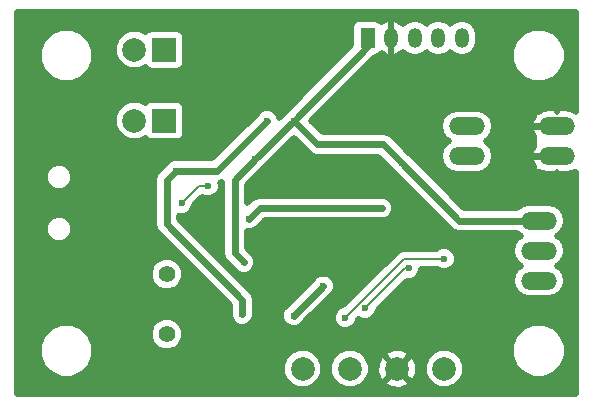
<source format=gbl>
%TF.GenerationSoftware,KiCad,Pcbnew,4.0.1-stable*%
%TF.CreationDate,2016-10-12T20:15:11+09:00*%
%TF.ProjectId,I2C_MASTER,4932435F4D41535445522E6B69636164,rev?*%
%TF.FileFunction,Copper,L2,Bot,Signal*%
%FSLAX46Y46*%
G04 Gerber Fmt 4.6, Leading zero omitted, Abs format (unit mm)*
G04 Created by KiCad (PCBNEW 4.0.1-stable) date 10/12/16 20:15:11*
%MOMM*%
G01*
G04 APERTURE LIST*
%ADD10C,0.150000*%
%ADD11C,1.422400*%
%ADD12C,1.998980*%
%ADD13O,3.016000X1.508000*%
%ADD14R,2.000000X2.000000*%
%ADD15C,2.000000*%
%ADD16R,1.200000X1.700000*%
%ADD17O,1.200000X1.700000*%
%ADD18C,0.600000*%
%ADD19C,0.200000*%
%ADD20C,0.600000*%
%ADD21C,0.250000*%
%ADD22C,0.500000*%
G04 APERTURE END LIST*
D10*
D11*
X13500000Y-23000000D03*
X13500000Y-28080000D03*
D12*
X25000000Y-31000000D03*
X29000000Y-31000000D03*
X37000000Y-31000000D03*
X33000000Y-31000000D03*
D13*
X46560000Y-13020000D03*
X46560000Y-10480000D03*
X38940000Y-10480000D03*
X38940000Y-13020000D03*
D14*
X13300000Y-4000000D03*
D15*
X10760000Y-4000000D03*
D14*
X13300000Y-10000000D03*
D15*
X10760000Y-10000000D03*
D13*
X45000000Y-18460000D03*
X45000000Y-21000000D03*
X45000000Y-23540000D03*
D16*
X30500000Y-3000000D03*
D17*
X32500000Y-3000000D03*
X34500000Y-3000000D03*
X36500000Y-3000000D03*
X38500000Y-3000000D03*
D18*
X25356250Y-16356250D03*
X27500000Y-16300000D03*
X27931250Y-18931250D03*
X25400000Y-18800000D03*
X24200000Y-11600000D03*
X26300000Y-10100000D03*
X40600000Y-19900000D03*
X41000000Y-23600000D03*
X34800000Y-26300000D03*
X11250000Y-20500000D03*
X10750000Y-23500000D03*
X14600000Y-18100000D03*
X43200000Y-15700000D03*
X28750000Y-22500000D03*
X26000000Y-27000000D03*
X22000000Y-30750000D03*
X17500000Y-30750000D03*
X13250000Y-13250000D03*
X10500000Y-13750000D03*
X10500000Y-30500000D03*
X13000000Y-31250000D03*
X23250000Y-22000000D03*
X22250000Y-23250000D03*
X32250000Y-7500000D03*
X32250000Y-10750000D03*
X27000000Y-3000000D03*
X27000000Y-5250000D03*
X20000000Y-2250000D03*
X8500000Y-1500000D03*
X12500000Y-1500000D03*
X16750000Y-1500000D03*
X2500000Y-25000000D03*
X6750000Y-24500000D03*
X3000000Y-9250000D03*
X7250000Y-9250000D03*
X13500000Y-6750000D03*
X16000000Y-6750000D03*
X18000000Y-6500000D03*
X20000000Y-5500000D03*
X40600000Y-3300000D03*
X37700000Y-6500000D03*
X41100000Y-7500000D03*
X14750000Y-17000000D03*
X17000000Y-15500000D03*
X19900000Y-26400000D03*
X22000000Y-10000000D03*
X14250000Y-14250000D03*
X33400000Y-13600000D03*
X31750000Y-12000000D03*
X24250000Y-10000000D03*
X21000000Y-13250000D03*
X20000000Y-22000000D03*
X19250000Y-16000000D03*
X31700000Y-17400000D03*
X20500000Y-18300000D03*
X28600000Y-26700000D03*
X37000000Y-21700000D03*
X34000000Y-22500000D03*
X30300000Y-25900000D03*
X26750000Y-24000000D03*
X24250000Y-26500000D03*
D19*
X25356250Y-16356250D02*
X27443750Y-16356250D01*
X27443750Y-16356250D02*
X27500000Y-16300000D01*
X25400000Y-18800000D02*
X25531250Y-18931250D01*
X25531250Y-18931250D02*
X27931250Y-18931250D01*
X32250000Y-7500000D02*
X28900000Y-7500000D01*
X28900000Y-7500000D02*
X26300000Y-10100000D01*
X33000000Y-31000000D02*
X34800000Y-29200000D01*
X34800000Y-29200000D02*
X34800000Y-26300000D01*
X11250000Y-23000000D02*
X11250000Y-20500000D01*
X10750000Y-23500000D02*
X11250000Y-23000000D01*
X14600000Y-18100000D02*
X14500000Y-18100000D01*
D20*
X43180000Y-15680000D02*
X43180000Y-13020000D01*
X43200000Y-15700000D02*
X43180000Y-15680000D01*
D19*
X27000000Y-26000000D02*
X27000000Y-25200000D01*
X27000000Y-25200000D02*
X27600000Y-24600000D01*
X27600000Y-24600000D02*
X27600000Y-24650000D01*
X26000000Y-27000000D02*
X26600000Y-26400000D01*
X26600000Y-26400000D02*
X27000000Y-26000000D01*
X27600000Y-24650000D02*
X28750000Y-23500000D01*
X28750000Y-23500000D02*
X28750000Y-22500000D01*
X22000000Y-30750000D02*
X17500000Y-30750000D01*
D20*
X43180000Y-13020000D02*
X43180000Y-10720000D01*
X43180000Y-10720000D02*
X43420000Y-10480000D01*
X43420000Y-10480000D02*
X46560000Y-10480000D01*
X43180000Y-13020000D02*
X46560000Y-13020000D01*
D19*
X11000000Y-13250000D02*
X13250000Y-13250000D01*
X10500000Y-13750000D02*
X11000000Y-13250000D01*
X12250000Y-30500000D02*
X10500000Y-30500000D01*
X13000000Y-31250000D02*
X12250000Y-30500000D01*
X23250000Y-22250000D02*
X23250000Y-22000000D01*
X22250000Y-23250000D02*
X23250000Y-22250000D01*
D21*
X32250000Y-10750000D02*
X32250000Y-7500000D01*
X20000000Y-2250000D02*
X26250000Y-2250000D01*
X26250000Y-2250000D02*
X27000000Y-3000000D01*
D19*
X27000000Y-5250000D02*
X27000000Y-3000000D01*
X12500000Y-1500000D02*
X8500000Y-1500000D01*
X17500000Y-2250000D02*
X16750000Y-1500000D01*
X20000000Y-2250000D02*
X17500000Y-2250000D01*
X6250000Y-25000000D02*
X2500000Y-25000000D01*
X6750000Y-24500000D02*
X6250000Y-25000000D01*
X7250000Y-9250000D02*
X3000000Y-9250000D01*
X16000000Y-6750000D02*
X13500000Y-6750000D01*
X19000000Y-6500000D02*
X18000000Y-6500000D01*
X20000000Y-5500000D02*
X19000000Y-6500000D01*
X43180000Y-10720000D02*
X41100000Y-8640000D01*
X37700000Y-6200000D02*
X40600000Y-3300000D01*
X37700000Y-6500000D02*
X37700000Y-6200000D01*
X41100000Y-8640000D02*
X41100000Y-7500000D01*
X14750000Y-17000000D02*
X16250000Y-15500000D01*
X16250000Y-15500000D02*
X17000000Y-15500000D01*
D20*
X19900000Y-26400000D02*
X19900000Y-25150000D01*
X19900000Y-25150000D02*
X13500000Y-18750000D01*
X13500000Y-18750000D02*
X13500000Y-16800000D01*
X14250000Y-14250000D02*
X13500000Y-15000000D01*
X13500000Y-15000000D02*
X13500000Y-16800000D01*
X13500000Y-16800000D02*
X13500000Y-18750000D01*
X17750000Y-14250000D02*
X22000000Y-10000000D01*
X14250000Y-14250000D02*
X17750000Y-14250000D01*
X33400000Y-13600000D02*
X38260000Y-18460000D01*
X38260000Y-18460000D02*
X45000000Y-18460000D01*
X31800000Y-12000000D02*
X31750000Y-12000000D01*
X33400000Y-13600000D02*
X31800000Y-12000000D01*
X45000000Y-18460000D02*
X42160000Y-18460000D01*
X42160000Y-18460000D02*
X43000000Y-18460000D01*
X10750000Y-9990000D02*
X10760000Y-10000000D01*
X24250000Y-10000000D02*
X26250000Y-12000000D01*
X26250000Y-12000000D02*
X31750000Y-12000000D01*
X30491880Y-2992380D02*
X30491880Y-3758120D01*
X30491880Y-3758120D02*
X24250000Y-10000000D01*
X21000000Y-13250000D02*
X24250000Y-10000000D01*
X10760000Y-4000000D02*
X10750000Y-4010000D01*
X19250000Y-15000000D02*
X21000000Y-13250000D01*
X19250000Y-16000000D02*
X19250000Y-15000000D01*
X20000000Y-22000000D02*
X19250000Y-21250000D01*
X19250000Y-21250000D02*
X19250000Y-16000000D01*
X20500000Y-18300000D02*
X21400000Y-17400000D01*
X21400000Y-17400000D02*
X31700000Y-17400000D01*
D19*
X33600000Y-21700000D02*
X28600000Y-26700000D01*
X37000000Y-21700000D02*
X33600000Y-21700000D01*
X33700000Y-22500000D02*
X34000000Y-22500000D01*
X30300000Y-25900000D02*
X33700000Y-22500000D01*
D20*
X24250000Y-26500000D02*
X26750000Y-24000000D01*
D22*
G36*
X48175000Y-9250000D02*
X48142402Y-9250000D01*
X47896313Y-9084625D01*
X47318000Y-8968000D01*
X46564000Y-8968000D01*
X46564000Y-9250000D01*
X46556000Y-9250000D01*
X46556000Y-8968000D01*
X45802000Y-8968000D01*
X45223687Y-9084625D01*
X44977598Y-9250000D01*
X44800000Y-9250000D01*
X44709136Y-9267097D01*
X44625682Y-9320798D01*
X44569696Y-9402736D01*
X44550000Y-9500000D01*
X44550000Y-9690681D01*
X44407563Y-9905078D01*
X44313246Y-10239521D01*
X44483506Y-10476000D01*
X44550000Y-10476000D01*
X44550000Y-10484000D01*
X44483506Y-10484000D01*
X44313246Y-10720479D01*
X44407563Y-11054922D01*
X44550000Y-11269319D01*
X44550000Y-12230681D01*
X44407563Y-12445078D01*
X44313246Y-12779521D01*
X44483506Y-13016000D01*
X44550000Y-13016000D01*
X44550000Y-13024000D01*
X44483506Y-13024000D01*
X44313246Y-13260479D01*
X44407563Y-13594922D01*
X44550000Y-13809319D01*
X44550000Y-14100000D01*
X44567097Y-14190864D01*
X44620798Y-14274318D01*
X44702736Y-14330304D01*
X44800000Y-14350000D01*
X45126404Y-14350000D01*
X45223687Y-14415375D01*
X45802000Y-14532000D01*
X46556000Y-14532000D01*
X46556000Y-14350000D01*
X46564000Y-14350000D01*
X46564000Y-14532000D01*
X47318000Y-14532000D01*
X47896313Y-14415375D01*
X47993596Y-14350000D01*
X48175000Y-14350000D01*
X48175000Y-33175000D01*
X825000Y-33175000D01*
X825000Y-29965393D01*
X2649593Y-29965393D01*
X3006605Y-30829429D01*
X3667094Y-31491071D01*
X4530505Y-31849591D01*
X5465393Y-31850407D01*
X6329429Y-31493395D01*
X6476612Y-31346468D01*
X23250207Y-31346468D01*
X23515989Y-31989712D01*
X24007699Y-32482281D01*
X24650478Y-32749186D01*
X25346468Y-32749793D01*
X25989712Y-32484011D01*
X26482281Y-31992301D01*
X26749186Y-31349522D01*
X26749188Y-31346468D01*
X27250207Y-31346468D01*
X27515989Y-31989712D01*
X28007699Y-32482281D01*
X28650478Y-32749186D01*
X29346468Y-32749793D01*
X29989712Y-32484011D01*
X30338423Y-32135908D01*
X31869749Y-32135908D01*
X31949973Y-32452042D01*
X32585574Y-32743340D01*
X33284268Y-32769230D01*
X33939684Y-32525771D01*
X34050027Y-32452042D01*
X34130251Y-32135908D01*
X33000000Y-31005657D01*
X31869749Y-32135908D01*
X30338423Y-32135908D01*
X30482281Y-31992301D01*
X30749186Y-31349522D01*
X30749242Y-31284268D01*
X31230770Y-31284268D01*
X31474229Y-31939684D01*
X31547958Y-32050027D01*
X31864092Y-32130251D01*
X32994343Y-31000000D01*
X33005657Y-31000000D01*
X34135908Y-32130251D01*
X34452042Y-32050027D01*
X34743340Y-31414426D01*
X34745858Y-31346468D01*
X35250207Y-31346468D01*
X35515989Y-31989712D01*
X36007699Y-32482281D01*
X36650478Y-32749186D01*
X37346468Y-32749793D01*
X37989712Y-32484011D01*
X38482281Y-31992301D01*
X38749186Y-31349522D01*
X38749793Y-30653532D01*
X38484011Y-30010288D01*
X38439195Y-29965393D01*
X42649593Y-29965393D01*
X43006605Y-30829429D01*
X43667094Y-31491071D01*
X44530505Y-31849591D01*
X45465393Y-31850407D01*
X46329429Y-31493395D01*
X46991071Y-30832906D01*
X47349591Y-29969495D01*
X47350407Y-29034607D01*
X46993395Y-28170571D01*
X46332906Y-27508929D01*
X45469495Y-27150409D01*
X44534607Y-27149593D01*
X43670571Y-27506605D01*
X43008929Y-28167094D01*
X42650409Y-29030505D01*
X42649593Y-29965393D01*
X38439195Y-29965393D01*
X37992301Y-29517719D01*
X37349522Y-29250814D01*
X36653532Y-29250207D01*
X36010288Y-29515989D01*
X35517719Y-30007699D01*
X35250814Y-30650478D01*
X35250207Y-31346468D01*
X34745858Y-31346468D01*
X34769230Y-30715732D01*
X34525771Y-30060316D01*
X34452042Y-29949973D01*
X34135908Y-29869749D01*
X33005657Y-31000000D01*
X32994343Y-31000000D01*
X31864092Y-29869749D01*
X31547958Y-29949973D01*
X31256660Y-30585574D01*
X31230770Y-31284268D01*
X30749242Y-31284268D01*
X30749793Y-30653532D01*
X30484011Y-30010288D01*
X30338070Y-29864092D01*
X31869749Y-29864092D01*
X33000000Y-30994343D01*
X34130251Y-29864092D01*
X34050027Y-29547958D01*
X33414426Y-29256660D01*
X32715732Y-29230770D01*
X32060316Y-29474229D01*
X31949973Y-29547958D01*
X31869749Y-29864092D01*
X30338070Y-29864092D01*
X29992301Y-29517719D01*
X29349522Y-29250814D01*
X28653532Y-29250207D01*
X28010288Y-29515989D01*
X27517719Y-30007699D01*
X27250814Y-30650478D01*
X27250207Y-31346468D01*
X26749188Y-31346468D01*
X26749793Y-30653532D01*
X26484011Y-30010288D01*
X25992301Y-29517719D01*
X25349522Y-29250814D01*
X24653532Y-29250207D01*
X24010288Y-29515989D01*
X23517719Y-30007699D01*
X23250814Y-30650478D01*
X23250207Y-31346468D01*
X6476612Y-31346468D01*
X6991071Y-30832906D01*
X7349591Y-29969495D01*
X7350407Y-29034607D01*
X7075540Y-28369376D01*
X12038547Y-28369376D01*
X12260532Y-28906622D01*
X12671216Y-29318023D01*
X13208074Y-29540946D01*
X13789376Y-29541453D01*
X14326622Y-29319468D01*
X14738023Y-28908784D01*
X14960946Y-28371926D01*
X14961453Y-27790624D01*
X14739468Y-27253378D01*
X14328784Y-26841977D01*
X13791926Y-26619054D01*
X13210624Y-26618547D01*
X12673378Y-26840532D01*
X12261977Y-27251216D01*
X12039054Y-27788074D01*
X12038547Y-28369376D01*
X7075540Y-28369376D01*
X6993395Y-28170571D01*
X6332906Y-27508929D01*
X5469495Y-27150409D01*
X4534607Y-27149593D01*
X3670571Y-27506605D01*
X3008929Y-28167094D01*
X2650409Y-29030505D01*
X2649593Y-29965393D01*
X825000Y-29965393D01*
X825000Y-23289376D01*
X12038547Y-23289376D01*
X12260532Y-23826622D01*
X12671216Y-24238023D01*
X13208074Y-24460946D01*
X13789376Y-24461453D01*
X14326622Y-24239468D01*
X14738023Y-23828784D01*
X14960946Y-23291926D01*
X14961453Y-22710624D01*
X14739468Y-22173378D01*
X14328784Y-21761977D01*
X13791926Y-21539054D01*
X13210624Y-21538547D01*
X12673378Y-21760532D01*
X12261977Y-22171216D01*
X12039054Y-22708074D01*
X12038547Y-23289376D01*
X825000Y-23289376D01*
X825000Y-19437204D01*
X3200212Y-19437204D01*
X3382453Y-19878260D01*
X3719605Y-20216001D01*
X4160342Y-20399011D01*
X4637564Y-20399428D01*
X5078620Y-20217187D01*
X5416361Y-19880035D01*
X5599371Y-19439298D01*
X5599788Y-18962076D01*
X5417547Y-18521020D01*
X5080395Y-18183279D01*
X4639658Y-18000269D01*
X4162436Y-17999852D01*
X3721380Y-18182093D01*
X3383639Y-18519245D01*
X3200629Y-18959982D01*
X3200212Y-19437204D01*
X825000Y-19437204D01*
X825000Y-15037924D01*
X3200212Y-15037924D01*
X3382453Y-15478980D01*
X3719605Y-15816721D01*
X4160342Y-15999731D01*
X4637564Y-16000148D01*
X5078620Y-15817907D01*
X5416361Y-15480755D01*
X5599371Y-15040018D01*
X5599405Y-15000000D01*
X12450000Y-15000000D01*
X12450000Y-18750000D01*
X12529926Y-19151818D01*
X12757538Y-19492462D01*
X18850000Y-25584924D01*
X18850000Y-26399084D01*
X18849818Y-26607942D01*
X19009334Y-26994000D01*
X19304446Y-27289628D01*
X19690226Y-27449818D01*
X20107942Y-27450182D01*
X20494000Y-27290666D01*
X20789628Y-26995554D01*
X20909055Y-26707942D01*
X23199818Y-26707942D01*
X23359334Y-27094000D01*
X23654446Y-27389628D01*
X24040226Y-27549818D01*
X24457942Y-27550182D01*
X24844000Y-27390666D01*
X25139628Y-27095554D01*
X25139811Y-27095113D01*
X25326982Y-26907942D01*
X27549818Y-26907942D01*
X27709334Y-27294000D01*
X28004446Y-27589628D01*
X28390226Y-27749818D01*
X28807942Y-27750182D01*
X29194000Y-27590666D01*
X29489628Y-27295554D01*
X29649818Y-26909774D01*
X29649868Y-26852214D01*
X29710104Y-26791978D01*
X30090226Y-26949818D01*
X30507942Y-26950182D01*
X30894000Y-26790666D01*
X31189628Y-26495554D01*
X31349818Y-26109774D01*
X31349868Y-26052214D01*
X33852210Y-23549872D01*
X34207942Y-23550182D01*
X34594000Y-23390666D01*
X34889628Y-23095554D01*
X35049818Y-22709774D01*
X35049957Y-22550000D01*
X36364887Y-22550000D01*
X36404446Y-22589628D01*
X36790226Y-22749818D01*
X37207942Y-22750182D01*
X37594000Y-22590666D01*
X37889628Y-22295554D01*
X38049818Y-21909774D01*
X38050182Y-21492058D01*
X37890666Y-21106000D01*
X37595554Y-20810372D01*
X37209774Y-20650182D01*
X36792058Y-20649818D01*
X36406000Y-20809334D01*
X36365263Y-20850000D01*
X33600000Y-20850000D01*
X33274719Y-20914702D01*
X32998959Y-21098959D01*
X28448051Y-25649867D01*
X28392058Y-25649818D01*
X28006000Y-25809334D01*
X27710372Y-26104446D01*
X27550182Y-26490226D01*
X27549818Y-26907942D01*
X25326982Y-26907942D01*
X27491814Y-24743110D01*
X27639628Y-24595554D01*
X27799818Y-24209774D01*
X27800182Y-23792058D01*
X27640666Y-23406000D01*
X27345554Y-23110372D01*
X26959774Y-22950182D01*
X26542058Y-22949818D01*
X26156000Y-23109334D01*
X25860372Y-23404446D01*
X25860189Y-23404887D01*
X23508186Y-25756890D01*
X23360372Y-25904446D01*
X23200182Y-26290226D01*
X23199818Y-26707942D01*
X20909055Y-26707942D01*
X20949818Y-26609774D01*
X20950182Y-26192058D01*
X20950000Y-26191618D01*
X20950000Y-25150000D01*
X20870074Y-24748182D01*
X20642462Y-24407538D01*
X14550000Y-18315076D01*
X14550000Y-18049827D01*
X14957942Y-18050182D01*
X15344000Y-17890666D01*
X15639628Y-17595554D01*
X15799818Y-17209774D01*
X15799868Y-17152214D01*
X16516094Y-16435988D01*
X16790226Y-16549818D01*
X17207942Y-16550182D01*
X17594000Y-16390666D01*
X17889628Y-16095554D01*
X18049818Y-15709774D01*
X18050182Y-15292058D01*
X18030417Y-15244222D01*
X18151818Y-15220074D01*
X18200000Y-15187880D01*
X18200000Y-15999084D01*
X18199818Y-16207942D01*
X18200000Y-16208382D01*
X18200000Y-21250000D01*
X18279926Y-21651818D01*
X18507538Y-21992462D01*
X19256890Y-22741814D01*
X19404446Y-22889628D01*
X19790226Y-23049818D01*
X20207942Y-23050182D01*
X20594000Y-22890666D01*
X20889628Y-22595554D01*
X21049818Y-22209774D01*
X21050182Y-21792058D01*
X20890666Y-21406000D01*
X20595554Y-21110372D01*
X20595113Y-21110189D01*
X20300000Y-20815076D01*
X20300000Y-19349827D01*
X20707942Y-19350182D01*
X21094000Y-19190666D01*
X21389628Y-18895554D01*
X21389811Y-18895113D01*
X21834924Y-18450000D01*
X31699084Y-18450000D01*
X31907942Y-18450182D01*
X32294000Y-18290666D01*
X32589628Y-17995554D01*
X32749818Y-17609774D01*
X32750182Y-17192058D01*
X32590666Y-16806000D01*
X32295554Y-16510372D01*
X31909774Y-16350182D01*
X31492058Y-16349818D01*
X31491618Y-16350000D01*
X21400000Y-16350000D01*
X20998182Y-16429926D01*
X20657538Y-16657538D01*
X20300000Y-17015076D01*
X20300000Y-16000916D01*
X20300182Y-15792058D01*
X20300000Y-15791618D01*
X20300000Y-15434924D01*
X21741814Y-13993110D01*
X21889628Y-13845554D01*
X21889811Y-13845113D01*
X24250000Y-11484924D01*
X25507538Y-12742462D01*
X25848182Y-12970074D01*
X26250000Y-13050000D01*
X31365076Y-13050000D01*
X32656890Y-14341814D01*
X32804446Y-14489628D01*
X32804887Y-14489811D01*
X37517538Y-19202462D01*
X37858182Y-19430074D01*
X38260000Y-19510000D01*
X43129261Y-19510000D01*
X43138274Y-19523489D01*
X43447340Y-19730000D01*
X43138274Y-19936511D01*
X42812248Y-20424444D01*
X42697763Y-21000000D01*
X42812248Y-21575556D01*
X43138274Y-22063489D01*
X43447340Y-22270000D01*
X43138274Y-22476511D01*
X42812248Y-22964444D01*
X42697763Y-23540000D01*
X42812248Y-24115556D01*
X43138274Y-24603489D01*
X43626207Y-24929515D01*
X44201763Y-25044000D01*
X45798237Y-25044000D01*
X46373793Y-24929515D01*
X46861726Y-24603489D01*
X47187752Y-24115556D01*
X47302237Y-23540000D01*
X47187752Y-22964444D01*
X46861726Y-22476511D01*
X46552660Y-22270000D01*
X46861726Y-22063489D01*
X47187752Y-21575556D01*
X47302237Y-21000000D01*
X47187752Y-20424444D01*
X46861726Y-19936511D01*
X46552660Y-19730000D01*
X46861726Y-19523489D01*
X47187752Y-19035556D01*
X47302237Y-18460000D01*
X47187752Y-17884444D01*
X46861726Y-17396511D01*
X46373793Y-17070485D01*
X45798237Y-16956000D01*
X44201763Y-16956000D01*
X43626207Y-17070485D01*
X43138274Y-17396511D01*
X43129261Y-17410000D01*
X38694924Y-17410000D01*
X34143110Y-12858186D01*
X33995554Y-12710372D01*
X33995113Y-12710189D01*
X32542462Y-11257538D01*
X32392308Y-11157208D01*
X32345554Y-11110372D01*
X32283897Y-11084770D01*
X32201818Y-11029926D01*
X32105844Y-11010836D01*
X31959774Y-10950182D01*
X31800216Y-10950043D01*
X31800000Y-10950000D01*
X31750916Y-10950000D01*
X31542058Y-10949818D01*
X31541618Y-10950000D01*
X26684924Y-10950000D01*
X26214924Y-10480000D01*
X36637763Y-10480000D01*
X36752248Y-11055556D01*
X37078274Y-11543489D01*
X37387340Y-11750000D01*
X37078274Y-11956511D01*
X36752248Y-12444444D01*
X36637763Y-13020000D01*
X36752248Y-13595556D01*
X37078274Y-14083489D01*
X37566207Y-14409515D01*
X38141763Y-14524000D01*
X39738237Y-14524000D01*
X40313793Y-14409515D01*
X40801726Y-14083489D01*
X41127752Y-13595556D01*
X41242237Y-13020000D01*
X41127752Y-12444444D01*
X40801726Y-11956511D01*
X40492660Y-11750000D01*
X40801726Y-11543489D01*
X41127752Y-11055556D01*
X41242237Y-10480000D01*
X41127752Y-9904444D01*
X40801726Y-9416511D01*
X40313793Y-9090485D01*
X39738237Y-8976000D01*
X38141763Y-8976000D01*
X37566207Y-9090485D01*
X37078274Y-9416511D01*
X36752248Y-9904444D01*
X36637763Y-10480000D01*
X26214924Y-10480000D01*
X25734924Y-10000000D01*
X30769531Y-4965393D01*
X42649593Y-4965393D01*
X43006605Y-5829429D01*
X43667094Y-6491071D01*
X44530505Y-6849591D01*
X45465393Y-6850407D01*
X46329429Y-6493395D01*
X46991071Y-5832906D01*
X47349591Y-4969495D01*
X47350407Y-4034607D01*
X46993395Y-3170571D01*
X46332906Y-2508929D01*
X45469495Y-2150409D01*
X44534607Y-2149593D01*
X43670571Y-2506605D01*
X43008929Y-3167094D01*
X42650409Y-4030505D01*
X42649593Y-4965393D01*
X30769531Y-4965393D01*
X31124920Y-4610004D01*
X31377933Y-4562396D01*
X31633198Y-4398138D01*
X31691902Y-4312221D01*
X31984011Y-4506160D01*
X32283612Y-4590649D01*
X32496000Y-4418493D01*
X32496000Y-3004000D01*
X32476000Y-3004000D01*
X32476000Y-2996000D01*
X32496000Y-2996000D01*
X32496000Y-1581507D01*
X32504000Y-1581507D01*
X32504000Y-2996000D01*
X32524000Y-2996000D01*
X32524000Y-3004000D01*
X32504000Y-3004000D01*
X32504000Y-4418493D01*
X32716388Y-4590649D01*
X33015989Y-4506160D01*
X33457423Y-4213080D01*
X33493893Y-4158845D01*
X33545406Y-4235940D01*
X33983377Y-4528583D01*
X34500000Y-4631346D01*
X35016623Y-4528583D01*
X35454594Y-4235940D01*
X35500000Y-4167985D01*
X35545406Y-4235940D01*
X35983377Y-4528583D01*
X36500000Y-4631346D01*
X37016623Y-4528583D01*
X37454594Y-4235940D01*
X37500000Y-4167985D01*
X37545406Y-4235940D01*
X37983377Y-4528583D01*
X38500000Y-4631346D01*
X39016623Y-4528583D01*
X39454594Y-4235940D01*
X39747237Y-3797969D01*
X39850000Y-3281346D01*
X39850000Y-2718654D01*
X39747237Y-2202031D01*
X39454594Y-1764060D01*
X39016623Y-1471417D01*
X38500000Y-1368654D01*
X37983377Y-1471417D01*
X37545406Y-1764060D01*
X37500000Y-1832015D01*
X37454594Y-1764060D01*
X37016623Y-1471417D01*
X36500000Y-1368654D01*
X35983377Y-1471417D01*
X35545406Y-1764060D01*
X35500000Y-1832015D01*
X35454594Y-1764060D01*
X35016623Y-1471417D01*
X34500000Y-1368654D01*
X33983377Y-1471417D01*
X33545406Y-1764060D01*
X33493893Y-1841155D01*
X33457423Y-1786920D01*
X33015989Y-1493840D01*
X32716388Y-1409351D01*
X32504000Y-1581507D01*
X32496000Y-1581507D01*
X32283612Y-1409351D01*
X31984011Y-1493840D01*
X31693239Y-1686891D01*
X31648138Y-1616802D01*
X31397508Y-1445554D01*
X31100000Y-1385307D01*
X29900000Y-1385307D01*
X29622067Y-1437604D01*
X29366802Y-1601862D01*
X29195554Y-1852492D01*
X29135307Y-2150000D01*
X29135307Y-3629769D01*
X23508186Y-9256890D01*
X23360372Y-9404446D01*
X23360189Y-9404887D01*
X23027621Y-9737455D01*
X22890666Y-9406000D01*
X22595554Y-9110372D01*
X22209774Y-8950182D01*
X21792058Y-8949818D01*
X21406000Y-9109334D01*
X21110372Y-9404446D01*
X21110189Y-9404887D01*
X17315076Y-13200000D01*
X14250916Y-13200000D01*
X14042058Y-13199818D01*
X13656000Y-13359334D01*
X13360372Y-13654446D01*
X13360189Y-13654887D01*
X12757538Y-14257538D01*
X12529926Y-14598182D01*
X12450000Y-15000000D01*
X5599405Y-15000000D01*
X5599788Y-14562796D01*
X5417547Y-14121740D01*
X5080395Y-13783999D01*
X4639658Y-13600989D01*
X4162436Y-13600572D01*
X3721380Y-13782813D01*
X3383639Y-14119965D01*
X3200629Y-14560702D01*
X3200212Y-15037924D01*
X825000Y-15037924D01*
X825000Y-10346569D01*
X9009696Y-10346569D01*
X9275557Y-10990001D01*
X9767410Y-11482713D01*
X10410376Y-11749696D01*
X11106569Y-11750304D01*
X11726688Y-11494076D01*
X11751862Y-11533198D01*
X12002492Y-11704446D01*
X12300000Y-11764693D01*
X14300000Y-11764693D01*
X14577933Y-11712396D01*
X14833198Y-11548138D01*
X15004446Y-11297508D01*
X15064693Y-11000000D01*
X15064693Y-9000000D01*
X15012396Y-8722067D01*
X14848138Y-8466802D01*
X14597508Y-8295554D01*
X14300000Y-8235307D01*
X12300000Y-8235307D01*
X12022067Y-8287604D01*
X11766802Y-8451862D01*
X11728838Y-8507424D01*
X11109624Y-8250304D01*
X10413431Y-8249696D01*
X9769999Y-8515557D01*
X9277287Y-9007410D01*
X9010304Y-9650376D01*
X9009696Y-10346569D01*
X825000Y-10346569D01*
X825000Y-4965393D01*
X2649593Y-4965393D01*
X3006605Y-5829429D01*
X3667094Y-6491071D01*
X4530505Y-6849591D01*
X5465393Y-6850407D01*
X6329429Y-6493395D01*
X6991071Y-5832906D01*
X7349591Y-4969495D01*
X7350134Y-4346569D01*
X9009696Y-4346569D01*
X9275557Y-4990001D01*
X9767410Y-5482713D01*
X10410376Y-5749696D01*
X11106569Y-5750304D01*
X11726688Y-5494076D01*
X11751862Y-5533198D01*
X12002492Y-5704446D01*
X12300000Y-5764693D01*
X14300000Y-5764693D01*
X14577933Y-5712396D01*
X14833198Y-5548138D01*
X15004446Y-5297508D01*
X15064693Y-5000000D01*
X15064693Y-3000000D01*
X15012396Y-2722067D01*
X14848138Y-2466802D01*
X14597508Y-2295554D01*
X14300000Y-2235307D01*
X12300000Y-2235307D01*
X12022067Y-2287604D01*
X11766802Y-2451862D01*
X11728838Y-2507424D01*
X11109624Y-2250304D01*
X10413431Y-2249696D01*
X9769999Y-2515557D01*
X9277287Y-3007410D01*
X9010304Y-3650376D01*
X9009696Y-4346569D01*
X7350134Y-4346569D01*
X7350407Y-4034607D01*
X6993395Y-3170571D01*
X6332906Y-2508929D01*
X5469495Y-2150409D01*
X4534607Y-2149593D01*
X3670571Y-2506605D01*
X3008929Y-3167094D01*
X2650409Y-4030505D01*
X2649593Y-4965393D01*
X825000Y-4965393D01*
X825000Y-825000D01*
X48175000Y-825000D01*
X48175000Y-9250000D01*
X48175000Y-9250000D01*
G37*
X48175000Y-9250000D02*
X48142402Y-9250000D01*
X47896313Y-9084625D01*
X47318000Y-8968000D01*
X46564000Y-8968000D01*
X46564000Y-9250000D01*
X46556000Y-9250000D01*
X46556000Y-8968000D01*
X45802000Y-8968000D01*
X45223687Y-9084625D01*
X44977598Y-9250000D01*
X44800000Y-9250000D01*
X44709136Y-9267097D01*
X44625682Y-9320798D01*
X44569696Y-9402736D01*
X44550000Y-9500000D01*
X44550000Y-9690681D01*
X44407563Y-9905078D01*
X44313246Y-10239521D01*
X44483506Y-10476000D01*
X44550000Y-10476000D01*
X44550000Y-10484000D01*
X44483506Y-10484000D01*
X44313246Y-10720479D01*
X44407563Y-11054922D01*
X44550000Y-11269319D01*
X44550000Y-12230681D01*
X44407563Y-12445078D01*
X44313246Y-12779521D01*
X44483506Y-13016000D01*
X44550000Y-13016000D01*
X44550000Y-13024000D01*
X44483506Y-13024000D01*
X44313246Y-13260479D01*
X44407563Y-13594922D01*
X44550000Y-13809319D01*
X44550000Y-14100000D01*
X44567097Y-14190864D01*
X44620798Y-14274318D01*
X44702736Y-14330304D01*
X44800000Y-14350000D01*
X45126404Y-14350000D01*
X45223687Y-14415375D01*
X45802000Y-14532000D01*
X46556000Y-14532000D01*
X46556000Y-14350000D01*
X46564000Y-14350000D01*
X46564000Y-14532000D01*
X47318000Y-14532000D01*
X47896313Y-14415375D01*
X47993596Y-14350000D01*
X48175000Y-14350000D01*
X48175000Y-33175000D01*
X825000Y-33175000D01*
X825000Y-29965393D01*
X2649593Y-29965393D01*
X3006605Y-30829429D01*
X3667094Y-31491071D01*
X4530505Y-31849591D01*
X5465393Y-31850407D01*
X6329429Y-31493395D01*
X6476612Y-31346468D01*
X23250207Y-31346468D01*
X23515989Y-31989712D01*
X24007699Y-32482281D01*
X24650478Y-32749186D01*
X25346468Y-32749793D01*
X25989712Y-32484011D01*
X26482281Y-31992301D01*
X26749186Y-31349522D01*
X26749188Y-31346468D01*
X27250207Y-31346468D01*
X27515989Y-31989712D01*
X28007699Y-32482281D01*
X28650478Y-32749186D01*
X29346468Y-32749793D01*
X29989712Y-32484011D01*
X30338423Y-32135908D01*
X31869749Y-32135908D01*
X31949973Y-32452042D01*
X32585574Y-32743340D01*
X33284268Y-32769230D01*
X33939684Y-32525771D01*
X34050027Y-32452042D01*
X34130251Y-32135908D01*
X33000000Y-31005657D01*
X31869749Y-32135908D01*
X30338423Y-32135908D01*
X30482281Y-31992301D01*
X30749186Y-31349522D01*
X30749242Y-31284268D01*
X31230770Y-31284268D01*
X31474229Y-31939684D01*
X31547958Y-32050027D01*
X31864092Y-32130251D01*
X32994343Y-31000000D01*
X33005657Y-31000000D01*
X34135908Y-32130251D01*
X34452042Y-32050027D01*
X34743340Y-31414426D01*
X34745858Y-31346468D01*
X35250207Y-31346468D01*
X35515989Y-31989712D01*
X36007699Y-32482281D01*
X36650478Y-32749186D01*
X37346468Y-32749793D01*
X37989712Y-32484011D01*
X38482281Y-31992301D01*
X38749186Y-31349522D01*
X38749793Y-30653532D01*
X38484011Y-30010288D01*
X38439195Y-29965393D01*
X42649593Y-29965393D01*
X43006605Y-30829429D01*
X43667094Y-31491071D01*
X44530505Y-31849591D01*
X45465393Y-31850407D01*
X46329429Y-31493395D01*
X46991071Y-30832906D01*
X47349591Y-29969495D01*
X47350407Y-29034607D01*
X46993395Y-28170571D01*
X46332906Y-27508929D01*
X45469495Y-27150409D01*
X44534607Y-27149593D01*
X43670571Y-27506605D01*
X43008929Y-28167094D01*
X42650409Y-29030505D01*
X42649593Y-29965393D01*
X38439195Y-29965393D01*
X37992301Y-29517719D01*
X37349522Y-29250814D01*
X36653532Y-29250207D01*
X36010288Y-29515989D01*
X35517719Y-30007699D01*
X35250814Y-30650478D01*
X35250207Y-31346468D01*
X34745858Y-31346468D01*
X34769230Y-30715732D01*
X34525771Y-30060316D01*
X34452042Y-29949973D01*
X34135908Y-29869749D01*
X33005657Y-31000000D01*
X32994343Y-31000000D01*
X31864092Y-29869749D01*
X31547958Y-29949973D01*
X31256660Y-30585574D01*
X31230770Y-31284268D01*
X30749242Y-31284268D01*
X30749793Y-30653532D01*
X30484011Y-30010288D01*
X30338070Y-29864092D01*
X31869749Y-29864092D01*
X33000000Y-30994343D01*
X34130251Y-29864092D01*
X34050027Y-29547958D01*
X33414426Y-29256660D01*
X32715732Y-29230770D01*
X32060316Y-29474229D01*
X31949973Y-29547958D01*
X31869749Y-29864092D01*
X30338070Y-29864092D01*
X29992301Y-29517719D01*
X29349522Y-29250814D01*
X28653532Y-29250207D01*
X28010288Y-29515989D01*
X27517719Y-30007699D01*
X27250814Y-30650478D01*
X27250207Y-31346468D01*
X26749188Y-31346468D01*
X26749793Y-30653532D01*
X26484011Y-30010288D01*
X25992301Y-29517719D01*
X25349522Y-29250814D01*
X24653532Y-29250207D01*
X24010288Y-29515989D01*
X23517719Y-30007699D01*
X23250814Y-30650478D01*
X23250207Y-31346468D01*
X6476612Y-31346468D01*
X6991071Y-30832906D01*
X7349591Y-29969495D01*
X7350407Y-29034607D01*
X7075540Y-28369376D01*
X12038547Y-28369376D01*
X12260532Y-28906622D01*
X12671216Y-29318023D01*
X13208074Y-29540946D01*
X13789376Y-29541453D01*
X14326622Y-29319468D01*
X14738023Y-28908784D01*
X14960946Y-28371926D01*
X14961453Y-27790624D01*
X14739468Y-27253378D01*
X14328784Y-26841977D01*
X13791926Y-26619054D01*
X13210624Y-26618547D01*
X12673378Y-26840532D01*
X12261977Y-27251216D01*
X12039054Y-27788074D01*
X12038547Y-28369376D01*
X7075540Y-28369376D01*
X6993395Y-28170571D01*
X6332906Y-27508929D01*
X5469495Y-27150409D01*
X4534607Y-27149593D01*
X3670571Y-27506605D01*
X3008929Y-28167094D01*
X2650409Y-29030505D01*
X2649593Y-29965393D01*
X825000Y-29965393D01*
X825000Y-23289376D01*
X12038547Y-23289376D01*
X12260532Y-23826622D01*
X12671216Y-24238023D01*
X13208074Y-24460946D01*
X13789376Y-24461453D01*
X14326622Y-24239468D01*
X14738023Y-23828784D01*
X14960946Y-23291926D01*
X14961453Y-22710624D01*
X14739468Y-22173378D01*
X14328784Y-21761977D01*
X13791926Y-21539054D01*
X13210624Y-21538547D01*
X12673378Y-21760532D01*
X12261977Y-22171216D01*
X12039054Y-22708074D01*
X12038547Y-23289376D01*
X825000Y-23289376D01*
X825000Y-19437204D01*
X3200212Y-19437204D01*
X3382453Y-19878260D01*
X3719605Y-20216001D01*
X4160342Y-20399011D01*
X4637564Y-20399428D01*
X5078620Y-20217187D01*
X5416361Y-19880035D01*
X5599371Y-19439298D01*
X5599788Y-18962076D01*
X5417547Y-18521020D01*
X5080395Y-18183279D01*
X4639658Y-18000269D01*
X4162436Y-17999852D01*
X3721380Y-18182093D01*
X3383639Y-18519245D01*
X3200629Y-18959982D01*
X3200212Y-19437204D01*
X825000Y-19437204D01*
X825000Y-15037924D01*
X3200212Y-15037924D01*
X3382453Y-15478980D01*
X3719605Y-15816721D01*
X4160342Y-15999731D01*
X4637564Y-16000148D01*
X5078620Y-15817907D01*
X5416361Y-15480755D01*
X5599371Y-15040018D01*
X5599405Y-15000000D01*
X12450000Y-15000000D01*
X12450000Y-18750000D01*
X12529926Y-19151818D01*
X12757538Y-19492462D01*
X18850000Y-25584924D01*
X18850000Y-26399084D01*
X18849818Y-26607942D01*
X19009334Y-26994000D01*
X19304446Y-27289628D01*
X19690226Y-27449818D01*
X20107942Y-27450182D01*
X20494000Y-27290666D01*
X20789628Y-26995554D01*
X20909055Y-26707942D01*
X23199818Y-26707942D01*
X23359334Y-27094000D01*
X23654446Y-27389628D01*
X24040226Y-27549818D01*
X24457942Y-27550182D01*
X24844000Y-27390666D01*
X25139628Y-27095554D01*
X25139811Y-27095113D01*
X25326982Y-26907942D01*
X27549818Y-26907942D01*
X27709334Y-27294000D01*
X28004446Y-27589628D01*
X28390226Y-27749818D01*
X28807942Y-27750182D01*
X29194000Y-27590666D01*
X29489628Y-27295554D01*
X29649818Y-26909774D01*
X29649868Y-26852214D01*
X29710104Y-26791978D01*
X30090226Y-26949818D01*
X30507942Y-26950182D01*
X30894000Y-26790666D01*
X31189628Y-26495554D01*
X31349818Y-26109774D01*
X31349868Y-26052214D01*
X33852210Y-23549872D01*
X34207942Y-23550182D01*
X34594000Y-23390666D01*
X34889628Y-23095554D01*
X35049818Y-22709774D01*
X35049957Y-22550000D01*
X36364887Y-22550000D01*
X36404446Y-22589628D01*
X36790226Y-22749818D01*
X37207942Y-22750182D01*
X37594000Y-22590666D01*
X37889628Y-22295554D01*
X38049818Y-21909774D01*
X38050182Y-21492058D01*
X37890666Y-21106000D01*
X37595554Y-20810372D01*
X37209774Y-20650182D01*
X36792058Y-20649818D01*
X36406000Y-20809334D01*
X36365263Y-20850000D01*
X33600000Y-20850000D01*
X33274719Y-20914702D01*
X32998959Y-21098959D01*
X28448051Y-25649867D01*
X28392058Y-25649818D01*
X28006000Y-25809334D01*
X27710372Y-26104446D01*
X27550182Y-26490226D01*
X27549818Y-26907942D01*
X25326982Y-26907942D01*
X27491814Y-24743110D01*
X27639628Y-24595554D01*
X27799818Y-24209774D01*
X27800182Y-23792058D01*
X27640666Y-23406000D01*
X27345554Y-23110372D01*
X26959774Y-22950182D01*
X26542058Y-22949818D01*
X26156000Y-23109334D01*
X25860372Y-23404446D01*
X25860189Y-23404887D01*
X23508186Y-25756890D01*
X23360372Y-25904446D01*
X23200182Y-26290226D01*
X23199818Y-26707942D01*
X20909055Y-26707942D01*
X20949818Y-26609774D01*
X20950182Y-26192058D01*
X20950000Y-26191618D01*
X20950000Y-25150000D01*
X20870074Y-24748182D01*
X20642462Y-24407538D01*
X14550000Y-18315076D01*
X14550000Y-18049827D01*
X14957942Y-18050182D01*
X15344000Y-17890666D01*
X15639628Y-17595554D01*
X15799818Y-17209774D01*
X15799868Y-17152214D01*
X16516094Y-16435988D01*
X16790226Y-16549818D01*
X17207942Y-16550182D01*
X17594000Y-16390666D01*
X17889628Y-16095554D01*
X18049818Y-15709774D01*
X18050182Y-15292058D01*
X18030417Y-15244222D01*
X18151818Y-15220074D01*
X18200000Y-15187880D01*
X18200000Y-15999084D01*
X18199818Y-16207942D01*
X18200000Y-16208382D01*
X18200000Y-21250000D01*
X18279926Y-21651818D01*
X18507538Y-21992462D01*
X19256890Y-22741814D01*
X19404446Y-22889628D01*
X19790226Y-23049818D01*
X20207942Y-23050182D01*
X20594000Y-22890666D01*
X20889628Y-22595554D01*
X21049818Y-22209774D01*
X21050182Y-21792058D01*
X20890666Y-21406000D01*
X20595554Y-21110372D01*
X20595113Y-21110189D01*
X20300000Y-20815076D01*
X20300000Y-19349827D01*
X20707942Y-19350182D01*
X21094000Y-19190666D01*
X21389628Y-18895554D01*
X21389811Y-18895113D01*
X21834924Y-18450000D01*
X31699084Y-18450000D01*
X31907942Y-18450182D01*
X32294000Y-18290666D01*
X32589628Y-17995554D01*
X32749818Y-17609774D01*
X32750182Y-17192058D01*
X32590666Y-16806000D01*
X32295554Y-16510372D01*
X31909774Y-16350182D01*
X31492058Y-16349818D01*
X31491618Y-16350000D01*
X21400000Y-16350000D01*
X20998182Y-16429926D01*
X20657538Y-16657538D01*
X20300000Y-17015076D01*
X20300000Y-16000916D01*
X20300182Y-15792058D01*
X20300000Y-15791618D01*
X20300000Y-15434924D01*
X21741814Y-13993110D01*
X21889628Y-13845554D01*
X21889811Y-13845113D01*
X24250000Y-11484924D01*
X25507538Y-12742462D01*
X25848182Y-12970074D01*
X26250000Y-13050000D01*
X31365076Y-13050000D01*
X32656890Y-14341814D01*
X32804446Y-14489628D01*
X32804887Y-14489811D01*
X37517538Y-19202462D01*
X37858182Y-19430074D01*
X38260000Y-19510000D01*
X43129261Y-19510000D01*
X43138274Y-19523489D01*
X43447340Y-19730000D01*
X43138274Y-19936511D01*
X42812248Y-20424444D01*
X42697763Y-21000000D01*
X42812248Y-21575556D01*
X43138274Y-22063489D01*
X43447340Y-22270000D01*
X43138274Y-22476511D01*
X42812248Y-22964444D01*
X42697763Y-23540000D01*
X42812248Y-24115556D01*
X43138274Y-24603489D01*
X43626207Y-24929515D01*
X44201763Y-25044000D01*
X45798237Y-25044000D01*
X46373793Y-24929515D01*
X46861726Y-24603489D01*
X47187752Y-24115556D01*
X47302237Y-23540000D01*
X47187752Y-22964444D01*
X46861726Y-22476511D01*
X46552660Y-22270000D01*
X46861726Y-22063489D01*
X47187752Y-21575556D01*
X47302237Y-21000000D01*
X47187752Y-20424444D01*
X46861726Y-19936511D01*
X46552660Y-19730000D01*
X46861726Y-19523489D01*
X47187752Y-19035556D01*
X47302237Y-18460000D01*
X47187752Y-17884444D01*
X46861726Y-17396511D01*
X46373793Y-17070485D01*
X45798237Y-16956000D01*
X44201763Y-16956000D01*
X43626207Y-17070485D01*
X43138274Y-17396511D01*
X43129261Y-17410000D01*
X38694924Y-17410000D01*
X34143110Y-12858186D01*
X33995554Y-12710372D01*
X33995113Y-12710189D01*
X32542462Y-11257538D01*
X32392308Y-11157208D01*
X32345554Y-11110372D01*
X32283897Y-11084770D01*
X32201818Y-11029926D01*
X32105844Y-11010836D01*
X31959774Y-10950182D01*
X31800216Y-10950043D01*
X31800000Y-10950000D01*
X31750916Y-10950000D01*
X31542058Y-10949818D01*
X31541618Y-10950000D01*
X26684924Y-10950000D01*
X26214924Y-10480000D01*
X36637763Y-10480000D01*
X36752248Y-11055556D01*
X37078274Y-11543489D01*
X37387340Y-11750000D01*
X37078274Y-11956511D01*
X36752248Y-12444444D01*
X36637763Y-13020000D01*
X36752248Y-13595556D01*
X37078274Y-14083489D01*
X37566207Y-14409515D01*
X38141763Y-14524000D01*
X39738237Y-14524000D01*
X40313793Y-14409515D01*
X40801726Y-14083489D01*
X41127752Y-13595556D01*
X41242237Y-13020000D01*
X41127752Y-12444444D01*
X40801726Y-11956511D01*
X40492660Y-11750000D01*
X40801726Y-11543489D01*
X41127752Y-11055556D01*
X41242237Y-10480000D01*
X41127752Y-9904444D01*
X40801726Y-9416511D01*
X40313793Y-9090485D01*
X39738237Y-8976000D01*
X38141763Y-8976000D01*
X37566207Y-9090485D01*
X37078274Y-9416511D01*
X36752248Y-9904444D01*
X36637763Y-10480000D01*
X26214924Y-10480000D01*
X25734924Y-10000000D01*
X30769531Y-4965393D01*
X42649593Y-4965393D01*
X43006605Y-5829429D01*
X43667094Y-6491071D01*
X44530505Y-6849591D01*
X45465393Y-6850407D01*
X46329429Y-6493395D01*
X46991071Y-5832906D01*
X47349591Y-4969495D01*
X47350407Y-4034607D01*
X46993395Y-3170571D01*
X46332906Y-2508929D01*
X45469495Y-2150409D01*
X44534607Y-2149593D01*
X43670571Y-2506605D01*
X43008929Y-3167094D01*
X42650409Y-4030505D01*
X42649593Y-4965393D01*
X30769531Y-4965393D01*
X31124920Y-4610004D01*
X31377933Y-4562396D01*
X31633198Y-4398138D01*
X31691902Y-4312221D01*
X31984011Y-4506160D01*
X32283612Y-4590649D01*
X32496000Y-4418493D01*
X32496000Y-3004000D01*
X32476000Y-3004000D01*
X32476000Y-2996000D01*
X32496000Y-2996000D01*
X32496000Y-1581507D01*
X32504000Y-1581507D01*
X32504000Y-2996000D01*
X32524000Y-2996000D01*
X32524000Y-3004000D01*
X32504000Y-3004000D01*
X32504000Y-4418493D01*
X32716388Y-4590649D01*
X33015989Y-4506160D01*
X33457423Y-4213080D01*
X33493893Y-4158845D01*
X33545406Y-4235940D01*
X33983377Y-4528583D01*
X34500000Y-4631346D01*
X35016623Y-4528583D01*
X35454594Y-4235940D01*
X35500000Y-4167985D01*
X35545406Y-4235940D01*
X35983377Y-4528583D01*
X36500000Y-4631346D01*
X37016623Y-4528583D01*
X37454594Y-4235940D01*
X37500000Y-4167985D01*
X37545406Y-4235940D01*
X37983377Y-4528583D01*
X38500000Y-4631346D01*
X39016623Y-4528583D01*
X39454594Y-4235940D01*
X39747237Y-3797969D01*
X39850000Y-3281346D01*
X39850000Y-2718654D01*
X39747237Y-2202031D01*
X39454594Y-1764060D01*
X39016623Y-1471417D01*
X38500000Y-1368654D01*
X37983377Y-1471417D01*
X37545406Y-1764060D01*
X37500000Y-1832015D01*
X37454594Y-1764060D01*
X37016623Y-1471417D01*
X36500000Y-1368654D01*
X35983377Y-1471417D01*
X35545406Y-1764060D01*
X35500000Y-1832015D01*
X35454594Y-1764060D01*
X35016623Y-1471417D01*
X34500000Y-1368654D01*
X33983377Y-1471417D01*
X33545406Y-1764060D01*
X33493893Y-1841155D01*
X33457423Y-1786920D01*
X33015989Y-1493840D01*
X32716388Y-1409351D01*
X32504000Y-1581507D01*
X32496000Y-1581507D01*
X32283612Y-1409351D01*
X31984011Y-1493840D01*
X31693239Y-1686891D01*
X31648138Y-1616802D01*
X31397508Y-1445554D01*
X31100000Y-1385307D01*
X29900000Y-1385307D01*
X29622067Y-1437604D01*
X29366802Y-1601862D01*
X29195554Y-1852492D01*
X29135307Y-2150000D01*
X29135307Y-3629769D01*
X23508186Y-9256890D01*
X23360372Y-9404446D01*
X23360189Y-9404887D01*
X23027621Y-9737455D01*
X22890666Y-9406000D01*
X22595554Y-9110372D01*
X22209774Y-8950182D01*
X21792058Y-8949818D01*
X21406000Y-9109334D01*
X21110372Y-9404446D01*
X21110189Y-9404887D01*
X17315076Y-13200000D01*
X14250916Y-13200000D01*
X14042058Y-13199818D01*
X13656000Y-13359334D01*
X13360372Y-13654446D01*
X13360189Y-13654887D01*
X12757538Y-14257538D01*
X12529926Y-14598182D01*
X12450000Y-15000000D01*
X5599405Y-15000000D01*
X5599788Y-14562796D01*
X5417547Y-14121740D01*
X5080395Y-13783999D01*
X4639658Y-13600989D01*
X4162436Y-13600572D01*
X3721380Y-13782813D01*
X3383639Y-14119965D01*
X3200629Y-14560702D01*
X3200212Y-15037924D01*
X825000Y-15037924D01*
X825000Y-10346569D01*
X9009696Y-10346569D01*
X9275557Y-10990001D01*
X9767410Y-11482713D01*
X10410376Y-11749696D01*
X11106569Y-11750304D01*
X11726688Y-11494076D01*
X11751862Y-11533198D01*
X12002492Y-11704446D01*
X12300000Y-11764693D01*
X14300000Y-11764693D01*
X14577933Y-11712396D01*
X14833198Y-11548138D01*
X15004446Y-11297508D01*
X15064693Y-11000000D01*
X15064693Y-9000000D01*
X15012396Y-8722067D01*
X14848138Y-8466802D01*
X14597508Y-8295554D01*
X14300000Y-8235307D01*
X12300000Y-8235307D01*
X12022067Y-8287604D01*
X11766802Y-8451862D01*
X11728838Y-8507424D01*
X11109624Y-8250304D01*
X10413431Y-8249696D01*
X9769999Y-8515557D01*
X9277287Y-9007410D01*
X9010304Y-9650376D01*
X9009696Y-10346569D01*
X825000Y-10346569D01*
X825000Y-4965393D01*
X2649593Y-4965393D01*
X3006605Y-5829429D01*
X3667094Y-6491071D01*
X4530505Y-6849591D01*
X5465393Y-6850407D01*
X6329429Y-6493395D01*
X6991071Y-5832906D01*
X7349591Y-4969495D01*
X7350134Y-4346569D01*
X9009696Y-4346569D01*
X9275557Y-4990001D01*
X9767410Y-5482713D01*
X10410376Y-5749696D01*
X11106569Y-5750304D01*
X11726688Y-5494076D01*
X11751862Y-5533198D01*
X12002492Y-5704446D01*
X12300000Y-5764693D01*
X14300000Y-5764693D01*
X14577933Y-5712396D01*
X14833198Y-5548138D01*
X15004446Y-5297508D01*
X15064693Y-5000000D01*
X15064693Y-3000000D01*
X15012396Y-2722067D01*
X14848138Y-2466802D01*
X14597508Y-2295554D01*
X14300000Y-2235307D01*
X12300000Y-2235307D01*
X12022067Y-2287604D01*
X11766802Y-2451862D01*
X11728838Y-2507424D01*
X11109624Y-2250304D01*
X10413431Y-2249696D01*
X9769999Y-2515557D01*
X9277287Y-3007410D01*
X9010304Y-3650376D01*
X9009696Y-4346569D01*
X7350134Y-4346569D01*
X7350407Y-4034607D01*
X6993395Y-3170571D01*
X6332906Y-2508929D01*
X5469495Y-2150409D01*
X4534607Y-2149593D01*
X3670571Y-2506605D01*
X3008929Y-3167094D01*
X2650409Y-4030505D01*
X2649593Y-4965393D01*
X825000Y-4965393D01*
X825000Y-825000D01*
X48175000Y-825000D01*
X48175000Y-9250000D01*
M02*

</source>
